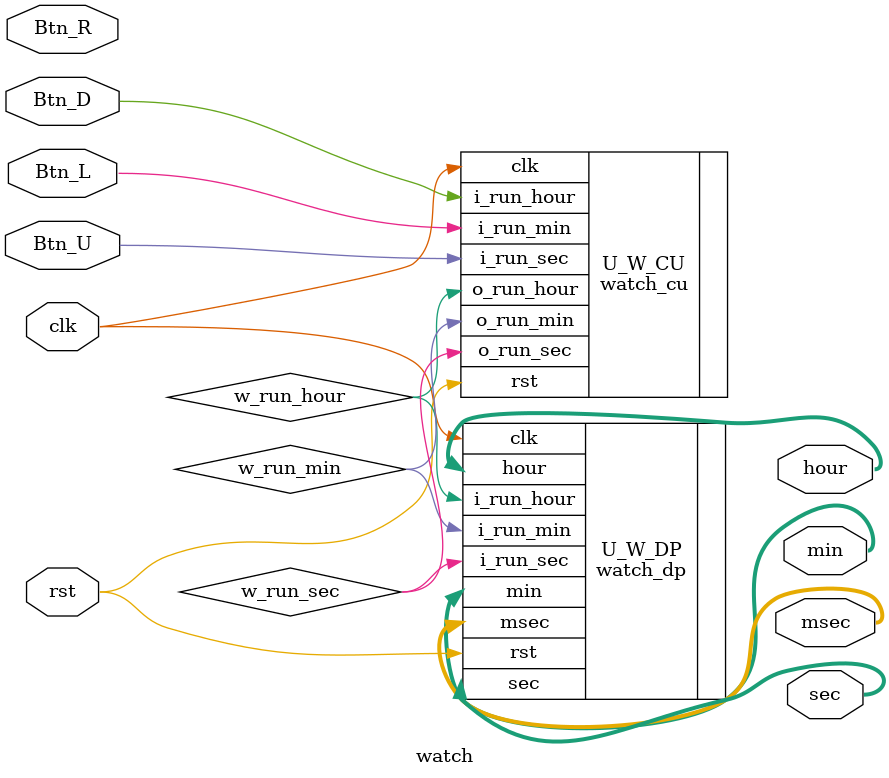
<source format=v>
module watch(
    input clk, rst,
    input Btn_L,
    input Btn_R,
    input Btn_U,
    input Btn_D,

    output [6:0] msec,
    output [5:0] sec,
    output [5:0] min,
    output [4:0] hour 
    );

    wire w_run_hour;
    wire w_run_min;
    wire w_run_sec;

    wire w_btn_r;
    wire w_btn_l;  
    wire w_btn_u;
    wire w_btn_d;


    watch_dp U_W_DP(
        .clk(clk),
        .rst(rst),
        .msec(msec),
        .sec(sec),
        .min(min),
        .hour(hour),
        .i_run_sec(w_run_sec),
        .i_run_min(w_run_min),
        .i_run_hour(w_run_hour)
    );


    watch_cu U_W_CU (
        .clk(clk),
        .rst(rst),
        .i_run_sec(Btn_U),
        .i_run_min(Btn_L),
        .i_run_hour(Btn_D),
        .o_run_sec(w_run_sec),
        .o_run_min(w_run_min),
        .o_run_hour(w_run_hour)
    );

endmodule

</source>
